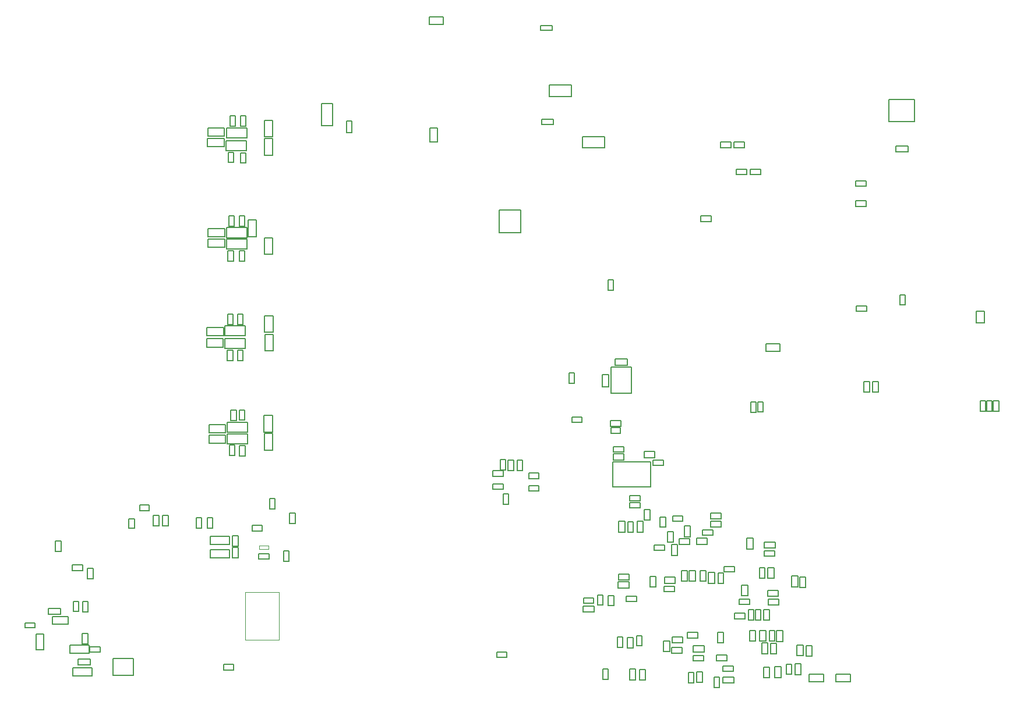
<source format=gbr>
G04*
G04 #@! TF.GenerationSoftware,Altium Limited,Altium Designer,24.2.2 (26)*
G04*
G04 Layer_Color=16711935*
%FSLAX25Y25*%
%MOIN*%
G70*
G04*
G04 #@! TF.SameCoordinates,80A8E479-4E92-43EF-BFA2-91FD1FC97BD2*
G04*
G04*
G04 #@! TF.FilePolarity,Positive*
G04*
G01*
G75*
%ADD12C,0.00787*%
%ADD342C,0.00100*%
D12*
X342782Y-341156D02*
X345931D01*
X342782D02*
Y-335203D01*
X345931D01*
Y-341156D02*
Y-335203D01*
X355499Y-353634D02*
X358649D01*
Y-359587D02*
Y-353634D01*
X355499Y-359587D02*
X358649D01*
X355499D02*
Y-353634D01*
X65686Y-357219D02*
Y-347574D01*
X54072Y-357219D02*
X65686D01*
X54072D02*
Y-347574D01*
X65686D01*
X173314Y-42086D02*
X179810D01*
X173314D02*
Y-29487D01*
X179810D01*
Y-42086D02*
Y-29487D01*
X547963Y-155065D02*
X552884D01*
Y-148372D01*
X547963D02*
X552884D01*
X547963Y-155065D02*
Y-148372D01*
X235588Y-51505D02*
Y-43346D01*
Y-51505D02*
X239810D01*
Y-43346D01*
X235588D02*
X239810D01*
X235004Y20103D02*
X243164D01*
X235004Y15881D02*
Y20103D01*
Y15881D02*
X243164D01*
Y20103D01*
X452515Y-356475D02*
X460674D01*
X452515Y-360698D02*
Y-356475D01*
Y-360698D02*
X460674D01*
Y-356475D01*
X467834Y-360656D02*
X475993D01*
Y-356434D01*
X467834D02*
X475993D01*
X467834Y-360656D02*
Y-356434D01*
X340347Y-230131D02*
X346547D01*
X340347Y-233675D02*
Y-230131D01*
Y-233675D02*
X346547D01*
Y-230131D01*
X340470Y-226050D02*
X346424D01*
X340470Y-229200D02*
Y-226050D01*
Y-229200D02*
X346424D01*
Y-226050D01*
X358056Y-232351D02*
X364257D01*
Y-228808D01*
X358056D02*
X364257D01*
X358056Y-232351D02*
Y-228808D01*
X363208Y-236764D02*
X369161D01*
Y-233614D01*
X363208D02*
X369161D01*
X363208Y-236764D02*
Y-233614D01*
X340153Y-234795D02*
X361806D01*
X340153Y-248968D02*
Y-234795D01*
Y-248968D02*
X361806D01*
Y-234795D01*
X479164Y-88259D02*
Y-85110D01*
X485117D01*
Y-88259D02*
Y-85110D01*
X479164Y-88259D02*
X485117D01*
X479164Y-76899D02*
X485117D01*
Y-73750D01*
X479164D02*
X485117D01*
X479164Y-76899D02*
Y-73750D01*
X349904Y-257038D02*
X355701D01*
Y-254086D01*
X349904D02*
X355701D01*
X349904Y-257038D02*
Y-254086D01*
X349827Y-260936D02*
X355624D01*
Y-257983D01*
X349827D02*
X355624D01*
X349827Y-260936D02*
Y-257983D01*
X343570Y-275059D02*
Y-268859D01*
Y-275059D02*
X347113D01*
Y-268859D01*
X343570D02*
X347113D01*
X358149Y-268064D02*
X361299D01*
X358149D02*
Y-262110D01*
X361299D01*
Y-268064D02*
Y-262110D01*
X348690Y-274969D02*
Y-269015D01*
Y-274969D02*
X351839D01*
Y-269015D01*
X348690D02*
X351839D01*
X557928Y-205729D02*
Y-199775D01*
Y-205729D02*
X561077D01*
Y-199775D01*
X557928D02*
X561077D01*
X554094Y-205729D02*
Y-199775D01*
Y-205729D02*
X557243D01*
Y-199775D01*
X554094D02*
X557243D01*
X550288Y-205729D02*
Y-199775D01*
Y-205729D02*
X553438D01*
Y-199775D01*
X550288D02*
X553438D01*
X491983Y-194618D02*
Y-188664D01*
X488833D02*
X491983D01*
X488833Y-194618D02*
Y-188664D01*
Y-194618D02*
X491983D01*
X487018Y-194782D02*
Y-188829D01*
X483869D02*
X487018D01*
X483869Y-194782D02*
Y-188829D01*
Y-194782D02*
X487018D01*
X109069Y-213472D02*
X118518D01*
X109069Y-218196D02*
Y-213472D01*
Y-218196D02*
X118518D01*
Y-213472D01*
X124602Y-210914D02*
Y-204960D01*
X121452D02*
X124602D01*
X121452Y-210914D02*
Y-204960D01*
Y-210914D02*
X124602D01*
X145273Y-217593D02*
Y-208144D01*
X140548D02*
X145273D01*
X140548Y-217593D02*
Y-208144D01*
Y-217593D02*
X145273D01*
X129426Y-210880D02*
Y-204927D01*
X126277D02*
X129426D01*
X126277Y-210880D02*
Y-204927D01*
Y-210880D02*
X129426D01*
X108990Y-219301D02*
X118438D01*
X108990Y-224026D02*
Y-219301D01*
Y-224026D02*
X118438D01*
Y-219301D01*
X126465Y-231486D02*
Y-225533D01*
Y-231486D02*
X129615D01*
Y-225533D01*
X126465D02*
X129615D01*
X107909Y-157725D02*
X117358D01*
X107909Y-162450D02*
Y-157725D01*
Y-162450D02*
X117358D01*
Y-157725D01*
X122930Y-156029D02*
Y-150076D01*
X119781D02*
X122930D01*
X119781Y-156029D02*
Y-150076D01*
Y-156029D02*
X122930D01*
X145612Y-160469D02*
Y-151020D01*
X140887D02*
X145612D01*
X140887Y-160469D02*
Y-151020D01*
Y-160469D02*
X145612D01*
X128493Y-155993D02*
Y-150040D01*
X125344D02*
X128493D01*
X125344Y-155993D02*
Y-150040D01*
Y-155993D02*
X128493D01*
X118188Y-162563D02*
X129834D01*
Y-156822D01*
X118188D02*
X129834D01*
X118188Y-162563D02*
Y-156822D01*
X107692Y-164204D02*
X117141D01*
X107692Y-168928D02*
Y-164204D01*
Y-168928D02*
X117141D01*
Y-164204D01*
X119566Y-176649D02*
Y-170696D01*
Y-176649D02*
X122715D01*
Y-170696D01*
X119566D02*
X122715D01*
X141005Y-171148D02*
Y-161699D01*
Y-171148D02*
X145729D01*
Y-161699D01*
X141005D02*
X145729D01*
X125269Y-176649D02*
Y-170696D01*
Y-176649D02*
X128418D01*
Y-170696D01*
X125269D02*
X128418D01*
X117979Y-169713D02*
X129626D01*
Y-163972D01*
X117979D02*
X129626D01*
X117979Y-169713D02*
Y-163972D01*
X187848Y-45974D02*
Y-39281D01*
Y-45974D02*
X190801D01*
Y-39281D01*
X187848D02*
X190801D01*
X299301Y-38453D02*
X305994D01*
X299301Y-41405D02*
Y-38453D01*
Y-41405D02*
X305994D01*
Y-38453D01*
X298732Y15408D02*
X305425D01*
X298732Y12456D02*
Y15408D01*
Y12456D02*
X305425D01*
Y15408D01*
X280244Y-239810D02*
Y-233857D01*
Y-239810D02*
X283394D01*
Y-233857D01*
X280244D02*
X283394D01*
X271498Y-243014D02*
X277451D01*
Y-239865D01*
X271498D02*
X277451D01*
X271498Y-243014D02*
Y-239865D01*
X280577Y-259101D02*
Y-253148D01*
X277427D02*
X280577D01*
X277427Y-259101D02*
Y-253148D01*
Y-259101D02*
X280577D01*
X316308Y-25376D02*
Y-18880D01*
X303709Y-25376D02*
X316308D01*
X303709D02*
Y-18880D01*
X316308D01*
X119122Y-112826D02*
Y-107085D01*
X130769D01*
Y-112826D02*
Y-107085D01*
X119122Y-112826D02*
X130769D01*
X118844Y-56521D02*
Y-50780D01*
X130490D01*
Y-56521D02*
Y-50780D01*
X118844Y-56521D02*
X130490D01*
X126278Y-113849D02*
X129428D01*
Y-119802D02*
Y-113849D01*
X126278Y-119802D02*
X129428D01*
X126278D02*
Y-113849D01*
X119872Y-113680D02*
X123022D01*
Y-119634D02*
Y-113680D01*
X119872Y-119634D02*
X123022D01*
X119872D02*
Y-113680D01*
X140740Y-106446D02*
X145464D01*
Y-115894D02*
Y-106446D01*
X140740Y-115894D02*
X145464D01*
X140740D02*
Y-106446D01*
X118037Y-111770D02*
Y-107046D01*
X108588Y-111770D02*
X118037D01*
X108588D02*
Y-107046D01*
X118037D01*
X127098Y-57581D02*
X130247D01*
Y-63534D02*
Y-57581D01*
X127098Y-63534D02*
X130247D01*
X127098D02*
Y-57581D01*
X140740Y-49571D02*
X145464D01*
Y-59020D02*
Y-49571D01*
X140740Y-59020D02*
X145464D01*
X140740D02*
Y-49571D01*
X120059Y-57286D02*
X123209D01*
Y-63239D02*
Y-57286D01*
X120059Y-63239D02*
X123209D01*
X120059D02*
Y-57286D01*
X140610Y-218571D02*
X145335D01*
Y-228020D02*
Y-218571D01*
X140610Y-228020D02*
X145335D01*
X140610D02*
Y-218571D01*
X120753Y-225170D02*
X123903D01*
Y-231123D02*
Y-225170D01*
X120753Y-231123D02*
X123903D01*
X120753D02*
Y-225170D01*
X322814Y-54886D02*
Y-48390D01*
X335413D01*
Y-54886D02*
Y-48390D01*
X322814Y-54886D02*
X335413D01*
X297923Y-251558D02*
Y-248408D01*
X291970Y-251558D02*
X297923D01*
X291970D02*
Y-248408D01*
X297923D01*
X271498Y-250416D02*
Y-247266D01*
X277451D01*
Y-250416D02*
Y-247266D01*
X271498Y-250416D02*
X277451D01*
X353991Y-268825D02*
X357534D01*
Y-275025D02*
Y-268825D01*
X353991Y-275025D02*
X357534D01*
X353991D02*
Y-268825D01*
X297923Y-244314D02*
Y-241164D01*
X291970Y-244314D02*
X297923D01*
X291970D02*
Y-241164D01*
X297923D01*
X285301Y-233857D02*
X288451D01*
Y-239810D02*
Y-233857D01*
X285301Y-239810D02*
X288451D01*
X285301D02*
Y-233857D01*
X275761Y-233567D02*
X278910D01*
Y-239520D02*
Y-233567D01*
X275761Y-239520D02*
X278910D01*
X275761D02*
Y-233567D01*
X400314Y-304339D02*
Y-298386D01*
Y-304339D02*
X403463D01*
Y-298386D01*
X400314D02*
X403463D01*
X394875Y-304295D02*
Y-298095D01*
Y-304295D02*
X398418D01*
Y-298095D01*
X394875D02*
X398418D01*
X340626Y-317238D02*
Y-311284D01*
X337476D02*
X340626D01*
X337476Y-317238D02*
Y-311284D01*
Y-317238D02*
X340626D01*
X334584Y-316886D02*
Y-310933D01*
X331435D02*
X334584D01*
X331435Y-316886D02*
Y-310933D01*
Y-316886D02*
X334584D01*
X323311Y-312686D02*
X329264D01*
X323311Y-315835D02*
Y-312686D01*
Y-315835D02*
X329264D01*
Y-312686D01*
X323244Y-317272D02*
X329445D01*
X323244Y-320816D02*
Y-317272D01*
Y-320816D02*
X329445D01*
Y-317272D01*
X351905Y-341472D02*
Y-335272D01*
X348361D02*
X351905D01*
X348361Y-341472D02*
Y-335272D01*
Y-341472D02*
X351905D01*
X426108Y-206214D02*
Y-200417D01*
X423155D02*
X426108D01*
X423155Y-206214D02*
Y-200417D01*
Y-206214D02*
X426108D01*
X421982Y-206313D02*
Y-200516D01*
X419030D02*
X421982D01*
X419030Y-206313D02*
Y-200516D01*
Y-206313D02*
X421982D01*
X273645Y-343732D02*
X279599D01*
X273645Y-346882D02*
Y-343732D01*
Y-346882D02*
X279599D01*
Y-343732D01*
X343512Y-299177D02*
X349465D01*
X343512Y-302327D02*
Y-299177D01*
Y-302327D02*
X349465D01*
Y-299177D01*
X343244Y-303415D02*
X349445D01*
X343244Y-306959D02*
Y-303415D01*
Y-306959D02*
X349445D01*
Y-303415D01*
X347709Y-311673D02*
X353662D01*
X347709Y-314823D02*
Y-311673D01*
Y-314823D02*
X353662D01*
Y-311673D01*
X363905Y-282406D02*
X369859D01*
X363905Y-285556D02*
Y-282406D01*
Y-285556D02*
X369859D01*
Y-282406D01*
X374822Y-280845D02*
Y-274644D01*
X371279D02*
X374822D01*
X371279Y-280845D02*
Y-274644D01*
Y-280845D02*
X374822D01*
X370322Y-272228D02*
Y-266275D01*
X367173D02*
X370322D01*
X367173Y-272228D02*
Y-266275D01*
Y-272228D02*
X370322D01*
X361460Y-306522D02*
Y-300569D01*
Y-306522D02*
X364610D01*
Y-300569D01*
X361460D02*
X364610D01*
X369698Y-304295D02*
X375899D01*
Y-300752D01*
X369698D02*
X375899D01*
X369698Y-304295D02*
Y-300752D01*
X369359Y-309230D02*
X375312D01*
Y-306081D01*
X369359D02*
X375312D01*
X369359Y-309230D02*
Y-306081D01*
X378039Y-278765D02*
X383992D01*
X378039Y-281915D02*
Y-278765D01*
Y-281915D02*
X383992D01*
Y-278765D01*
X384558Y-277668D02*
Y-271467D01*
X381015D02*
X384558D01*
X381015Y-277668D02*
Y-271467D01*
Y-277668D02*
X384558D01*
X374285Y-265690D02*
X380239D01*
X374285Y-268839D02*
Y-265690D01*
Y-268839D02*
X380239D01*
Y-265690D01*
X390143Y-303188D02*
Y-297235D01*
Y-303188D02*
X393293D01*
Y-297235D01*
X390143D02*
X393293D01*
X379590Y-303188D02*
Y-297235D01*
Y-303188D02*
X382740D01*
Y-297235D01*
X379590D02*
X382740D01*
X383900Y-303186D02*
Y-296986D01*
Y-303186D02*
X387443D01*
Y-296986D01*
X383900D02*
X387443D01*
X391448Y-276899D02*
X397401D01*
Y-273749D01*
X391448D02*
X397401D01*
X391448Y-276899D02*
Y-273749D01*
X387948Y-278426D02*
X394149D01*
X387948Y-281969D02*
Y-278426D01*
Y-281969D02*
X394149D01*
Y-278426D01*
X396144Y-272029D02*
X402098D01*
Y-268879D01*
X396144D02*
X402098D01*
X396144Y-272029D02*
Y-268879D01*
X396021Y-267488D02*
X402221D01*
Y-263945D01*
X396021D02*
X402221D01*
X396021Y-267488D02*
Y-263945D01*
X403795Y-294649D02*
X409749D01*
X403795Y-297798D02*
Y-294649D01*
Y-297798D02*
X409749D01*
Y-294649D01*
X420330Y-284695D02*
Y-278494D01*
X416787D02*
X420330D01*
X416787Y-284695D02*
Y-278494D01*
Y-284695D02*
X420330D01*
X426890Y-288797D02*
X432843D01*
Y-285647D01*
X426890D02*
X432843D01*
X426890Y-288797D02*
Y-285647D01*
X426907Y-284198D02*
X433108D01*
Y-280654D01*
X426907D02*
X433108D01*
X426907Y-284198D02*
Y-280654D01*
X427179Y-301446D02*
Y-295493D01*
X424029D02*
X427179D01*
X424029Y-301446D02*
Y-295493D01*
Y-301446D02*
X427179D01*
X432271Y-301570D02*
Y-295369D01*
X428728D02*
X432271D01*
X428728Y-301570D02*
Y-295369D01*
Y-301570D02*
X432271D01*
X447248Y-306581D02*
Y-300627D01*
Y-306581D02*
X450398D01*
Y-300627D01*
X447248D02*
X450398D01*
X442523Y-306366D02*
Y-300165D01*
Y-306366D02*
X446067D01*
Y-300165D01*
X442523D02*
X446067D01*
X412543Y-313343D02*
X418497D01*
X412543Y-316493D02*
Y-313343D01*
Y-316493D02*
X418497D01*
Y-313343D01*
X417292Y-311526D02*
Y-305325D01*
X413748D02*
X417292D01*
X413748Y-311526D02*
Y-305325D01*
Y-311526D02*
X417292D01*
X428901Y-311575D02*
X434855D01*
Y-308425D01*
X428901D02*
X434855D01*
X428901Y-311575D02*
Y-308425D01*
X428974Y-316791D02*
X435175D01*
Y-313248D01*
X428974D02*
X435175D01*
X428974Y-316791D02*
Y-313248D01*
X409778Y-321505D02*
X415731D01*
X409778Y-324654D02*
Y-321505D01*
Y-324654D02*
X415731D01*
Y-321505D01*
X417623Y-325272D02*
Y-319319D01*
Y-325272D02*
X420772D01*
Y-319319D01*
X417623D02*
X420772D01*
X421761Y-325335D02*
Y-319382D01*
Y-325335D02*
X424911D01*
Y-319382D01*
X421761D02*
X424911D01*
X426327Y-325459D02*
Y-319258D01*
Y-325459D02*
X429870D01*
Y-319258D01*
X426327D02*
X429870D01*
X418584Y-337432D02*
Y-331479D01*
Y-337432D02*
X421733D01*
Y-331479D01*
X418584D02*
X421733D01*
X424231Y-337556D02*
Y-331355D01*
Y-337556D02*
X427775D01*
Y-331355D01*
X424231D02*
X427775D01*
X429737Y-337432D02*
Y-331479D01*
Y-337432D02*
X432886D01*
Y-331479D01*
X429737D02*
X432886D01*
X433792Y-337591D02*
Y-331390D01*
Y-337591D02*
X437335D01*
Y-331390D01*
X433792D02*
X437335D01*
X433649Y-344690D02*
Y-338737D01*
X430500D02*
X433649D01*
X430500Y-344690D02*
Y-338737D01*
Y-344690D02*
X433649D01*
X428912Y-344660D02*
Y-338459D01*
X425369D02*
X428912D01*
X425369Y-344660D02*
Y-338459D01*
Y-344660D02*
X428912D01*
X454073Y-345976D02*
Y-340022D01*
X450923D02*
X454073D01*
X450923Y-345976D02*
Y-340022D01*
Y-345976D02*
X454073D01*
X448981Y-345822D02*
Y-339621D01*
X445438D02*
X448981D01*
X445438Y-345822D02*
Y-339621D01*
Y-345822D02*
X448981D01*
X429724Y-358390D02*
Y-352437D01*
X426574D02*
X429724D01*
X426574Y-358390D02*
Y-352437D01*
Y-358390D02*
X429724D01*
X436307Y-358285D02*
Y-352084D01*
X432764D02*
X436307D01*
X432764Y-358285D02*
Y-352084D01*
Y-358285D02*
X436307D01*
X442544Y-356569D02*
Y-350616D01*
X439394D02*
X442544D01*
X439394Y-356569D02*
Y-350616D01*
Y-356569D02*
X442544D01*
X447838Y-356693D02*
Y-350492D01*
X444295D02*
X447838D01*
X444295Y-356693D02*
Y-350492D01*
Y-356693D02*
X447838D01*
X398094Y-364055D02*
Y-358102D01*
Y-364055D02*
X401243D01*
Y-358102D01*
X398094D02*
X401243D01*
X403163Y-361521D02*
X409364D01*
Y-357978D01*
X403163D02*
X409364D01*
X403163Y-361521D02*
Y-357978D01*
X402991Y-354816D02*
X408945D01*
Y-351666D01*
X402991D02*
X408945D01*
X402991Y-354816D02*
Y-351666D01*
X399275Y-348852D02*
X405476D01*
Y-345308D01*
X399275D02*
X405476D01*
X399275Y-348852D02*
Y-345308D01*
X383427Y-361408D02*
Y-355455D01*
Y-361408D02*
X386577D01*
Y-355455D01*
X383427D02*
X386577D01*
X388053Y-361237D02*
Y-355036D01*
Y-361237D02*
X391597D01*
Y-355036D01*
X388053D02*
X391597D01*
X403290Y-338367D02*
Y-332414D01*
X400141D02*
X403290D01*
X400141Y-338367D02*
Y-332414D01*
Y-338367D02*
X403290D01*
X386202Y-348893D02*
X392155D01*
Y-345744D01*
X386202D02*
X392155D01*
X386202Y-348893D02*
Y-345744D01*
X386127Y-343600D02*
X392328D01*
Y-340057D01*
X386127D02*
X392328D01*
X386127Y-343600D02*
Y-340057D01*
X382714Y-335722D02*
X388668D01*
Y-332573D01*
X382714D02*
X388668D01*
X382714Y-335722D02*
Y-332573D01*
X356826Y-340209D02*
Y-334256D01*
X353677D02*
X356826D01*
X353677Y-340209D02*
Y-334256D01*
Y-340209D02*
X356826D01*
X373990Y-338331D02*
X379943D01*
Y-335181D01*
X373990D02*
X379943D01*
X373990Y-338331D02*
Y-335181D01*
X373858Y-344296D02*
X379811D01*
Y-341147D01*
X373858D02*
X379811D01*
X373858Y-344296D02*
Y-341147D01*
X372729Y-343516D02*
Y-337316D01*
X369186D02*
X372729D01*
X369186Y-343516D02*
Y-337316D01*
Y-343516D02*
X372729D01*
X334363Y-359292D02*
Y-353339D01*
Y-359292D02*
X337513D01*
Y-353339D01*
X334363D02*
X337513D01*
X349690Y-359711D02*
Y-353510D01*
Y-359711D02*
X353233D01*
Y-353510D01*
X349690D02*
X353233D01*
X377167Y-288275D02*
Y-282074D01*
X373624D02*
X377167D01*
X373624Y-288275D02*
Y-282074D01*
Y-288275D02*
X377167D01*
X31359Y-320503D02*
X34312D01*
X31359D02*
Y-314706D01*
X34312D01*
Y-320503D02*
Y-314706D01*
X69368Y-262817D02*
Y-259471D01*
X74879D01*
Y-262817D02*
Y-259471D01*
X69368Y-262817D02*
X74879D01*
X315054Y-189686D02*
X318204D01*
X315054D02*
Y-183733D01*
X318204D01*
Y-189686D02*
Y-183733D01*
X316602Y-212159D02*
Y-209010D01*
X322555D01*
Y-212159D02*
Y-209010D01*
X316602Y-212159D02*
X322555D01*
X337325Y-136428D02*
X340475D01*
X337325D02*
Y-130475D01*
X340475D01*
Y-136428D02*
Y-130475D01*
X154906Y-291824D02*
Y-285871D01*
X151757D02*
X154906D01*
X151757Y-291824D02*
Y-285871D01*
Y-291824D02*
X154906D01*
X485511Y-148558D02*
Y-145409D01*
X479558Y-148558D02*
X485511D01*
X479558D02*
Y-145409D01*
X485511D01*
X504385Y-144896D02*
X507534D01*
X504385D02*
Y-138942D01*
X507534D01*
Y-144896D02*
Y-138942D01*
X117586Y-354070D02*
X123097D01*
Y-350723D01*
X117586D02*
X123097D01*
X117586Y-354070D02*
Y-350723D01*
X39862Y-320602D02*
Y-314805D01*
X36909D02*
X39862D01*
X36909Y-320602D02*
Y-314805D01*
Y-320602D02*
X39862D01*
X30915Y-293899D02*
X36869D01*
X30915Y-297049D02*
Y-293899D01*
Y-297049D02*
X36869D01*
Y-293899D01*
X39490Y-301812D02*
Y-295858D01*
Y-301812D02*
X42640D01*
Y-295858D01*
X39490D02*
X42640D01*
X63181Y-272835D02*
Y-267323D01*
Y-272835D02*
X66528D01*
Y-267323D01*
X63181D02*
X66528D01*
X497970Y-26939D02*
X512930D01*
X497970Y-39695D02*
Y-26939D01*
Y-39695D02*
X512930D01*
Y-26939D01*
X3782Y-326948D02*
X9294D01*
X3782Y-329900D02*
Y-326948D01*
Y-329900D02*
X9294D01*
Y-326948D01*
X17104Y-322158D02*
X24083D01*
Y-318723D01*
X17104D02*
X24083D01*
X17104Y-322158D02*
Y-318723D01*
X14442Y-342405D02*
Y-333350D01*
X10111D02*
X14442D01*
X10111Y-342405D02*
Y-333350D01*
Y-342405D02*
X14442D01*
X19573Y-323491D02*
X28282D01*
X19573Y-327821D02*
Y-323491D01*
Y-327821D02*
X28282D01*
Y-323491D01*
X137573Y-287370D02*
X143370D01*
X137573Y-290323D02*
Y-287370D01*
Y-290323D02*
X143370D01*
Y-287370D01*
X24323Y-286048D02*
Y-280094D01*
X21173D02*
X24323D01*
X21173Y-286048D02*
Y-280094D01*
Y-286048D02*
X24323D01*
X133615Y-274304D02*
X139569D01*
Y-271154D01*
X133615D02*
X139569D01*
X133615Y-274304D02*
Y-271154D01*
X107935Y-272662D02*
Y-266708D01*
Y-272662D02*
X111085D01*
Y-266708D01*
X107935D02*
X111085D01*
X101636Y-272662D02*
Y-266708D01*
Y-272662D02*
X104785D01*
Y-266708D01*
X101636D02*
X104785D01*
X82458Y-271284D02*
Y-265330D01*
Y-271284D02*
X85607D01*
Y-265330D01*
X82458D02*
X85607D01*
X77143Y-271284D02*
Y-265330D01*
Y-271284D02*
X80292D01*
Y-265330D01*
X77143D02*
X80292D01*
X146813Y-261847D02*
Y-255894D01*
X143663D02*
X146813D01*
X143663Y-261847D02*
Y-255894D01*
Y-261847D02*
X146813D01*
X158341Y-269932D02*
Y-263979D01*
X155191D02*
X158341D01*
X155191Y-269932D02*
Y-263979D01*
Y-269932D02*
X158341D01*
X122419Y-289905D02*
X125766D01*
X122419D02*
Y-283764D01*
X125766D01*
Y-289905D02*
Y-283764D01*
X122419Y-276971D02*
X125766D01*
Y-283112D02*
Y-276971D01*
X122419Y-283112D02*
X125766D01*
X122419D02*
Y-276971D01*
X120751Y-289653D02*
Y-284929D01*
X109728Y-289653D02*
X120751D01*
X109728D02*
Y-284929D01*
X120751D01*
X109728Y-277269D02*
X120751D01*
X109728Y-281994D02*
Y-277269D01*
Y-281994D02*
X120751D01*
Y-277269D01*
X40921Y-343635D02*
Y-340683D01*
X46718D01*
Y-343635D02*
Y-340683D01*
X40921Y-343635D02*
X46718D01*
X36583Y-338999D02*
X39733D01*
X36583D02*
Y-333046D01*
X39733D01*
Y-338999D02*
Y-333046D01*
X29272Y-339797D02*
X40295D01*
X29272Y-344521D02*
Y-339797D01*
Y-344521D02*
X40295D01*
Y-339797D01*
X31103Y-352629D02*
X42127D01*
X31103Y-357353D02*
Y-352629D01*
Y-357353D02*
X42127D01*
Y-352629D01*
X34193Y-347639D02*
X41171D01*
X34193Y-351074D02*
Y-347639D01*
Y-351074D02*
X41171D01*
Y-347639D01*
X117845Y-47995D02*
Y-43270D01*
X108396Y-47995D02*
X117845D01*
X108396D02*
Y-43270D01*
X117845D01*
X401846Y-51433D02*
X407799D01*
X401846Y-54582D02*
Y-51433D01*
Y-54582D02*
X407799D01*
Y-51433D01*
X409425Y-54582D02*
X415378D01*
Y-51433D01*
X409425D02*
X415378D01*
X409425Y-54582D02*
Y-51433D01*
X418671Y-70158D02*
X424624D01*
Y-67008D01*
X418671D02*
X424624D01*
X418671Y-70158D02*
Y-67008D01*
X410893D02*
X416846D01*
X410893Y-70158D02*
Y-67008D01*
Y-70158D02*
X416846D01*
Y-67008D01*
X339018Y-218380D02*
Y-215231D01*
X344530D01*
Y-218380D02*
Y-215231D01*
X339018Y-218380D02*
X344530D01*
X390356Y-93799D02*
X396309D01*
X390356Y-96949D02*
Y-93799D01*
Y-96949D02*
X396309D01*
Y-93799D01*
X136242Y-105608D02*
Y-96160D01*
X131518D02*
X136242D01*
X131518Y-105608D02*
Y-96160D01*
Y-105608D02*
X136242D01*
X145464Y-48435D02*
Y-38986D01*
X140740D02*
X145464D01*
X140740Y-48435D02*
Y-38986D01*
Y-48435D02*
X145464D01*
X130247Y-42484D02*
Y-36531D01*
X127098D02*
X130247D01*
X127098Y-42484D02*
Y-36531D01*
Y-42484D02*
X130247D01*
X129543Y-99647D02*
Y-93694D01*
X126394D02*
X129543D01*
X126394Y-99647D02*
Y-93694D01*
Y-99647D02*
X129543D01*
X427749Y-171426D02*
Y-167204D01*
X435908D01*
Y-171426D02*
Y-167204D01*
X427749Y-171426D02*
X435908D01*
X501961Y-57055D02*
Y-53620D01*
X508939D01*
Y-57055D02*
Y-53620D01*
X501961Y-57055D02*
X508939D01*
X108588Y-101178D02*
X118037D01*
X108588Y-105902D02*
Y-101178D01*
Y-105902D02*
X118037D01*
Y-101178D01*
X123580Y-99718D02*
Y-93764D01*
X120430D02*
X123580D01*
X120430Y-99718D02*
Y-93764D01*
Y-99718D02*
X123580D01*
X121067Y-42405D02*
X124217D01*
X121067D02*
Y-36452D01*
X124217D01*
Y-42405D02*
Y-36452D01*
X108171Y-49348D02*
X117620D01*
X108171Y-54073D02*
Y-49348D01*
Y-54073D02*
X117620D01*
Y-49348D01*
X119349Y-217834D02*
Y-212093D01*
X130996D01*
Y-217834D02*
Y-212093D01*
X119349Y-217834D02*
X130996D01*
X119371Y-224491D02*
X131018D01*
Y-218750D01*
X119371D02*
X131018D01*
X119371Y-224491D02*
Y-218750D01*
X119122Y-106244D02*
X130769D01*
Y-100503D01*
X119122D02*
X130769D01*
X119122Y-106244D02*
Y-100503D01*
X118996Y-49023D02*
X130642D01*
Y-43282D01*
X118996D02*
X130642D01*
X118996Y-49023D02*
Y-43282D01*
X275263Y-103549D02*
X287468D01*
X275263D02*
Y-90279D01*
X287468D01*
Y-103549D02*
Y-90279D01*
X338797Y-211105D02*
X344750D01*
X338797Y-214254D02*
Y-211105D01*
Y-214254D02*
X344750D01*
Y-211105D01*
X348491Y-179437D02*
Y-175846D01*
X341356Y-179437D02*
X348491D01*
X341356D02*
Y-175846D01*
X348491D01*
X337622Y-191812D02*
Y-184677D01*
X334031D02*
X337622D01*
X334031Y-191812D02*
Y-184677D01*
Y-191812D02*
X337622D01*
X339018Y-180455D02*
X350829D01*
Y-195416D02*
Y-180455D01*
X339018Y-195416D02*
X350829D01*
X339018D02*
Y-180455D01*
D342*
X129724Y-336862D02*
Y-309500D01*
X149016D01*
Y-336862D02*
Y-309500D01*
X129724Y-336862D02*
X149016D01*
X137658Y-282589D02*
X143170D01*
Y-284754D02*
Y-282589D01*
X137658Y-284754D02*
X143170D01*
X137658D02*
Y-282589D01*
M02*

</source>
